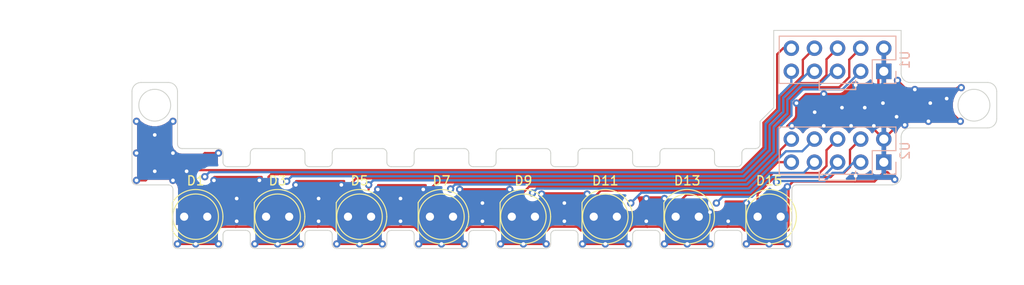
<source format=kicad_pcb>
(kicad_pcb (version 20171130) (host pcbnew "(5.1.6-0-10_14)")
  (layers (0 F.Cu signal) (31 B.Cu signal) (34 B.Paste user) (35 F.Paste user) (36 B.SilkS user) (37 F.SilkS user) (38 B.Mask user) (39 F.Mask user) (44 Edge.Cuts user))
  (net 0 "")
  (net 1 GND)
  (net 2 OUT1)
  (net 3 OUT3)
  (net 4 OUT5)
  (net 5 OUT7)
  (net 6 OUT9)
  (net 7 OUT11)
  (net 8 OUT13)
  (net 9 OUT15)
  (module Pin_Headers:Pin_Header_Straight_2x05_Pitch2.54mm (layer B.Cu) (at 193.095 102 90)
    (fp_text reference U2 (at 1.27 2.33 90) (layer B.SilkS) (effects (justify mirror)))
    (fp_text value Conn_02x05)
    (pad 1 thru_hole rect (at 0 0 90) (size 1.7 1.7) (drill 1) (layers *.Cu *.Mask) (net 1 GND))
    (pad 2 thru_hole oval (at 2.54 0 90) (size 1.7 1.7) (drill 1) (layers *.Cu *.Mask) (net 1 GND))
    (pad 3 thru_hole oval (at 0 -2.54 90) (size 1.7 1.7) (drill 1) (layers *.Cu *.Mask))
    (pad 4 thru_hole oval (at 2.54 -2.54 90) (size 1.7 1.7) (drill 1) (layers *.Cu *.Mask) (net 9 OUT15))
    (pad 5 thru_hole oval (at 0 -5.08 90) (size 1.7 1.7) (drill 1) (layers *.Cu *.Mask))
    (pad 6 thru_hole oval (at 2.54 -5.08 90) (size 1.7 1.7) (drill 1) (layers *.Cu *.Mask) (net 8 OUT13))
    (pad 7 thru_hole oval (at 0 -7.62 90) (size 1.7 1.7) (drill 1) (layers *.Cu *.Mask))
    (pad 8 thru_hole oval (at 2.54 -7.62 90) (size 1.7 1.7) (drill 1) (layers *.Cu *.Mask))
    (pad 9 thru_hole oval (at 0 -10.16 90) (size 1.7 1.7) (drill 1) (layers *.Cu *.Mask) (net 7 OUT11))
    (pad 10 thru_hole oval (at 2.54 -10.16 90) (size 1.7 1.7) (drill 1) (layers *.Cu *.Mask) (net 6 OUT9))
  )
  (module Pin_Headers:Pin_Header_Straight_2x05_Pitch2.54mm (layer B.Cu) (at 193.095 92 90)
    (fp_text reference U1 (at 1.27 2.33 90) (layer B.SilkS) (effects (justify mirror)))
    (fp_text value Conn_02x05)
    (pad 10 thru_hole oval (at 2.54 -10.16 90) (size 1.7 1.7) (drill 1) (layers *.Cu *.Mask) (net 2 OUT1))
    (pad 9 thru_hole oval (at 0 -10.16 90) (size 1.7 1.7) (drill 1) (layers *.Cu *.Mask))
    (pad 8 thru_hole oval (at 2.54 -7.62 90) (size 1.7 1.7) (drill 1) (layers *.Cu *.Mask) (net 3 OUT3))
    (pad 7 thru_hole oval (at 0 -7.62 90) (size 1.7 1.7) (drill 1) (layers *.Cu *.Mask))
    (pad 6 thru_hole oval (at 2.54 -5.08 90) (size 1.7 1.7) (drill 1) (layers *.Cu *.Mask) (net 4 OUT5))
    (pad 5 thru_hole oval (at 0 -5.08 90) (size 1.7 1.7) (drill 1) (layers *.Cu *.Mask))
    (pad 4 thru_hole oval (at 2.54 -2.54 90) (size 1.7 1.7) (drill 1) (layers *.Cu *.Mask) (net 5 OUT7))
    (pad 3 thru_hole oval (at 0 -2.54 90) (size 1.7 1.7) (drill 1) (layers *.Cu *.Mask))
    (pad 2 thru_hole oval (at 2.54 0 90) (size 1.7 1.7) (drill 1) (layers *.Cu *.Mask) (net 1 GND))
    (pad 1 thru_hole rect (at 0 0 90) (size 1.7 1.7) (drill 1) (layers *.Cu *.Mask) (net 1 GND))
  )
  (module LEDs:LED_D5.0mm (layer F.Cu) (at 116.23 108)
    (fp_text reference D1 (at 1.27 -3.96) (layer F.SilkS))
    (fp_text value D_Photo)
    (pad 2 thru_hole circle (at 2.54 0) (size 1.8 1.8) (drill 0.9) (layers *.Cu *.Mask) (net 1 GND))
    (pad 1 thru_hole rect (at 0 0) (size 1.8 1.8) (drill 0.9) (layers *.Cu *.Mask) (net 2 OUT1))
  )
  (module LEDs:LED_D5.0mm (layer F.Cu) (at 125.23 108)
    (fp_text reference D3 (at 1.27 -3.96) (layer F.SilkS))
    (fp_text value D_Photo)
    (pad 2 thru_hole circle (at 2.54 0) (size 1.8 1.8) (drill 0.9) (layers *.Cu *.Mask) (net 1 GND))
    (pad 1 thru_hole rect (at 0 0) (size 1.8 1.8) (drill 0.9) (layers *.Cu *.Mask) (net 3 OUT3))
  )
  (module LEDs:LED_D5.0mm (layer F.Cu) (at 134.23 108)
    (fp_text reference D5 (at 1.27 -3.96) (layer F.SilkS))
    (fp_text value D_Photo)
    (pad 2 thru_hole circle (at 2.54 0) (size 1.8 1.8) (drill 0.9) (layers *.Cu *.Mask) (net 1 GND))
    (pad 1 thru_hole rect (at 0 0) (size 1.8 1.8) (drill 0.9) (layers *.Cu *.Mask) (net 4 OUT5))
  )
  (module LEDs:LED_D5.0mm (layer F.Cu) (at 143.23 108)
    (fp_text reference D7 (at 1.27 -3.96) (layer F.SilkS))
    (fp_text value D_Photo)
    (pad 2 thru_hole circle (at 2.54 0) (size 1.8 1.8) (drill 0.9) (layers *.Cu *.Mask) (net 1 GND))
    (pad 1 thru_hole rect (at 0 0) (size 1.8 1.8) (drill 0.9) (layers *.Cu *.Mask) (net 5 OUT7))
  )
  (module LEDs:LED_D5.0mm (layer F.Cu) (at 152.23 108)
    (fp_text reference D9 (at 1.27 -3.96) (layer F.SilkS))
    (fp_text value D_Photo)
    (pad 1 thru_hole rect (at 0 0) (size 1.8 1.8) (drill 0.9) (layers *.Cu *.Mask) (net 6 OUT9))
    (pad 2 thru_hole circle (at 2.54 0) (size 1.8 1.8) (drill 0.9) (layers *.Cu *.Mask) (net 1 GND))
  )
  (module LEDs:LED_D5.0mm (layer F.Cu) (at 161.23 108)
    (fp_text reference D11 (at 1.27 -3.96) (layer F.SilkS))
    (fp_text value D_Photo)
    (pad 2 thru_hole circle (at 2.54 0) (size 1.8 1.8) (drill 0.9) (layers *.Cu *.Mask) (net 1 GND))
    (pad 1 thru_hole rect (at 0 0) (size 1.8 1.8) (drill 0.9) (layers *.Cu *.Mask) (net 7 OUT11))
  )
  (module LEDs:LED_D5.0mm (layer F.Cu) (at 170.23 108)
    (fp_text reference D13 (at 1.27 -3.96) (layer F.SilkS))
    (fp_text value D_Photo)
    (pad 1 thru_hole rect (at 0 0) (size 1.8 1.8) (drill 0.9) (layers *.Cu *.Mask) (net 8 OUT13))
    (pad 2 thru_hole circle (at 2.54 0) (size 1.8 1.8) (drill 0.9) (layers *.Cu *.Mask) (net 1 GND))
  )
  (module LEDs:LED_D5.0mm (layer F.Cu) (at 179.23 108)
    (fp_text reference D15 (at 1.27 -3.96) (layer F.SilkS))
    (fp_text value D_Photo)
    (pad 2 thru_hole circle (at 2.54 0) (size 1.8 1.8) (drill 0.9) (layers *.Cu *.Mask) (net 1 GND))
    (pad 1 thru_hole rect (at 0 0) (size 1.8 1.8) (drill 0.9) (layers *.Cu *.Mask) (net 9 OUT15))
  )
  (gr_line (start 190 104) (end 190 103) (layer B.SilkS) (width 0.15))
  (gr_line (start 186 104) (end 190 104) (layer B.SilkS) (width 0.15))
  (gr_line (start 186 103) (end 186 104) (layer B.SilkS) (width 0.15))
  (gr_line (start 190 94) (end 190 93) (layer B.SilkS) (width 0.15))
  (gr_line (start 186 94) (end 190 94) (layer B.SilkS) (width 0.15))
  (gr_line (start 186 93) (end 186 94) (layer B.SilkS) (width 0.15))
  (gr_arc (start 179 100) (end 179 100.5) (angle -90) (layer Edge.Cuts) (width 0.1))
  (gr_line (start 178 100.5) (end 179 100.5) (layer Edge.Cuts) (width 0.1))
  (gr_line (start 115 105) (end 115 111) (layer Edge.Cuts) (width 0.1))
  (gr_arc (start 111 104) (end 110.5 104) (angle -90) (layer Edge.Cuts) (width 0.1))
  (gr_arc (start 194 103.5) (end 194 104.5) (angle -90) (layer Edge.Cuts) (width 0.1))
  (gr_line (start 183.5 104.5) (end 194 104.5) (layer Edge.Cuts) (width 0.1))
  (gr_line (start 175 109.5) (end 177 109.5) (layer Edge.Cuts) (width 0.1))
  (gr_line (start 166 109.5) (end 168 109.5) (layer Edge.Cuts) (width 0.1))
  (gr_line (start 157 109.5) (end 159 109.5) (layer Edge.Cuts) (width 0.1))
  (gr_line (start 148 109.5) (end 150 109.5) (layer Edge.Cuts) (width 0.1))
  (gr_line (start 139 109.5) (end 141 109.5) (layer Edge.Cuts) (width 0.1))
  (gr_line (start 130 109.5) (end 132 109.5) (layer Edge.Cuts) (width 0.1))
  (gr_line (start 121 109.5) (end 123 109.5) (layer Edge.Cuts) (width 0.1))
  (gr_line (start 111 104.5) (end 114.5 104.5) (layer Edge.Cuts) (width 0.1))
  (gr_line (start 121 102.5) (end 123 102.5) (layer Edge.Cuts) (width 0.1))
  (gr_line (start 130 102.5) (end 132 102.5) (layer Edge.Cuts) (width 0.1))
  (gr_line (start 139 102.5) (end 141 102.5) (layer Edge.Cuts) (width 0.1))
  (gr_line (start 150 102.5) (end 148 102.5) (layer Edge.Cuts) (width 0.1))
  (gr_line (start 159 102.5) (end 157 102.5) (layer Edge.Cuts) (width 0.1))
  (gr_line (start 168 102.5) (end 166 102.5) (layer Edge.Cuts) (width 0.1))
  (gr_line (start 177 102.5) (end 175 102.5) (layer Edge.Cuts) (width 0.1))
  (gr_line (start 116 100.5) (end 120 100.5) (layer Edge.Cuts) (width 0.1))
  (gr_arc (start 177 102) (end 177 102.5) (angle -90) (layer Edge.Cuts) (width 0.1))
  (gr_arc (start 178 101) (end 178 100.5) (angle -90) (layer Edge.Cuts) (width 0.1))
  (gr_line (start 177.5 101) (end 177.5 102) (layer Edge.Cuts) (width 0.1))
  (gr_arc (start 121 102) (end 120.5 102) (angle -90) (layer Edge.Cuts) (width 0.1))
  (gr_arc (start 120 101) (end 120.5 101) (angle -90) (layer Edge.Cuts) (width 0.1))
  (gr_arc (start 116 100) (end 115.5 100) (angle -90) (layer Edge.Cuts) (width 0.1))
  (gr_line (start 120.5 101) (end 120.5 102) (layer Edge.Cuts) (width 0.1))
  (gr_line (start 123.5 101) (end 123.5 102) (layer Edge.Cuts) (width 0.1))
  (gr_line (start 124 100.5) (end 129 100.5) (layer Edge.Cuts) (width 0.1))
  (gr_arc (start 124 101) (end 124 100.5) (angle -90) (layer Edge.Cuts) (width 0.1))
  (gr_arc (start 130 102) (end 129.5 102) (angle -90) (layer Edge.Cuts) (width 0.1))
  (gr_arc (start 129 101) (end 129.5 101) (angle -90) (layer Edge.Cuts) (width 0.1))
  (gr_line (start 129.5 101) (end 129.5 102) (layer Edge.Cuts) (width 0.1))
  (gr_arc (start 123 102) (end 123 102.5) (angle -90) (layer Edge.Cuts) (width 0.1))
  (gr_arc (start 132 102) (end 132 102.5) (angle -90) (layer Edge.Cuts) (width 0.1))
  (gr_arc (start 133 101) (end 133 100.5) (angle -90) (layer Edge.Cuts) (width 0.1))
  (gr_line (start 133 100.5) (end 138 100.5) (layer Edge.Cuts) (width 0.1))
  (gr_line (start 138.5 101) (end 138.5 102) (layer Edge.Cuts) (width 0.1))
  (gr_arc (start 139 102) (end 138.5 102) (angle -90) (layer Edge.Cuts) (width 0.1))
  (gr_arc (start 138 101) (end 138.5 101) (angle -90) (layer Edge.Cuts) (width 0.1))
  (gr_line (start 132.5 101) (end 132.5 102) (layer Edge.Cuts) (width 0.1))
  (gr_arc (start 148 102) (end 147.5 102) (angle -90) (layer Edge.Cuts) (width 0.1))
  (gr_line (start 141.5 101) (end 141.5 102) (layer Edge.Cuts) (width 0.1))
  (gr_arc (start 147 101) (end 147.5 101) (angle -90) (layer Edge.Cuts) (width 0.1))
  (gr_arc (start 141 102) (end 141 102.5) (angle -90) (layer Edge.Cuts) (width 0.1))
  (gr_line (start 147.5 101) (end 147.5 102) (layer Edge.Cuts) (width 0.1))
  (gr_line (start 142 100.5) (end 147 100.5) (layer Edge.Cuts) (width 0.1))
  (gr_arc (start 142 101) (end 142 100.5) (angle -90) (layer Edge.Cuts) (width 0.1))
  (gr_arc (start 150 102) (end 150 102.5) (angle -90) (layer Edge.Cuts) (width 0.1))
  (gr_arc (start 151 101) (end 151 100.5) (angle -90) (layer Edge.Cuts) (width 0.1))
  (gr_line (start 151 100.5) (end 156 100.5) (layer Edge.Cuts) (width 0.1))
  (gr_arc (start 156 101) (end 156.5 101) (angle -90) (layer Edge.Cuts) (width 0.1))
  (gr_arc (start 157 102) (end 156.5 102) (angle -90) (layer Edge.Cuts) (width 0.1))
  (gr_line (start 150.5 101) (end 150.5 102) (layer Edge.Cuts) (width 0.1))
  (gr_line (start 156.5 101) (end 156.5 102) (layer Edge.Cuts) (width 0.1))
  (gr_arc (start 159 102) (end 159 102.5) (angle -90) (layer Edge.Cuts) (width 0.1))
  (gr_arc (start 160 101) (end 160 100.5) (angle -90) (layer Edge.Cuts) (width 0.1))
  (gr_line (start 165.5 101) (end 165.5 102) (layer Edge.Cuts) (width 0.1))
  (gr_arc (start 165 101) (end 165.5 101) (angle -90) (layer Edge.Cuts) (width 0.1))
  (gr_line (start 160 100.5) (end 165 100.5) (layer Edge.Cuts) (width 0.1))
  (gr_arc (start 166 102) (end 165.5 102) (angle -90) (layer Edge.Cuts) (width 0.1))
  (gr_line (start 159.5 101) (end 159.5 102) (layer Edge.Cuts) (width 0.1))
  (gr_arc (start 169 101) (end 169 100.5) (angle -90) (layer Edge.Cuts) (width 0.1))
  (gr_arc (start 168 102) (end 168 102.5) (angle -90) (layer Edge.Cuts) (width 0.1))
  (gr_arc (start 175 102) (end 174.5 102) (angle -90) (layer Edge.Cuts) (width 0.1))
  (gr_line (start 168.5 101) (end 168.5 102) (layer Edge.Cuts) (width 0.1))
  (gr_line (start 174.5 101) (end 174.5 102) (layer Edge.Cuts) (width 0.1))
  (gr_arc (start 174 101) (end 174.5 101) (angle -90) (layer Edge.Cuts) (width 0.1))
  (gr_line (start 169 100.5) (end 174 100.5) (layer Edge.Cuts) (width 0.1))
  (gr_arc (start 177 110) (end 177.5 110) (angle -90) (layer Edge.Cuts) (width 0.1))
  (gr_line (start 177.5 111) (end 177.5 110) (layer Edge.Cuts) (width 0.1))
  (gr_arc (start 178 111) (end 177.5 111) (angle -90) (layer Edge.Cuts) (width 0.1))
  (gr_arc (start 183.5 105) (end 183.5 104.5) (angle -90) (layer Edge.Cuts) (width 0.1))
  (gr_line (start 182.5 111.5) (end 178 111.5) (layer Edge.Cuts) (width 0.1))
  (gr_line (start 183 111) (end 183 105) (layer Edge.Cuts) (width 0.1))
  (gr_arc (start 182.5 111) (end 182.5 111.5) (angle -90) (layer Edge.Cuts) (width 0.1))
  (gr_line (start 174.5 111) (end 174.5 110) (layer Edge.Cuts) (width 0.1))
  (gr_arc (start 175 110) (end 175 109.5) (angle -90) (layer Edge.Cuts) (width 0.1))
  (gr_arc (start 168 110) (end 168.5 110) (angle -90) (layer Edge.Cuts) (width 0.1))
  (gr_line (start 168.5 111) (end 168.5 110) (layer Edge.Cuts) (width 0.1))
  (gr_arc (start 174 111) (end 174 111.5) (angle -90) (layer Edge.Cuts) (width 0.1))
  (gr_arc (start 169 111) (end 168.5 111) (angle -90) (layer Edge.Cuts) (width 0.1))
  (gr_line (start 174 111.5) (end 169 111.5) (layer Edge.Cuts) (width 0.1))
  (gr_arc (start 166 110) (end 166 109.5) (angle -90) (layer Edge.Cuts) (width 0.1))
  (gr_line (start 159.5 111) (end 159.5 110) (layer Edge.Cuts) (width 0.1))
  (gr_arc (start 165 111) (end 165 111.5) (angle -90) (layer Edge.Cuts) (width 0.1))
  (gr_line (start 165 111.5) (end 160 111.5) (layer Edge.Cuts) (width 0.1))
  (gr_arc (start 159 110) (end 159.5 110) (angle -90) (layer Edge.Cuts) (width 0.1))
  (gr_arc (start 160 111) (end 159.5 111) (angle -90) (layer Edge.Cuts) (width 0.1))
  (gr_line (start 165.5 111) (end 165.5 110) (layer Edge.Cuts) (width 0.1))
  (gr_arc (start 150 110) (end 150.5 110) (angle -90) (layer Edge.Cuts) (width 0.1))
  (gr_arc (start 151 111) (end 150.5 111) (angle -90) (layer Edge.Cuts) (width 0.1))
  (gr_line (start 156.5 111) (end 156.5 110) (layer Edge.Cuts) (width 0.1))
  (gr_arc (start 156 111) (end 156 111.5) (angle -90) (layer Edge.Cuts) (width 0.1))
  (gr_line (start 156 111.5) (end 151 111.5) (layer Edge.Cuts) (width 0.1))
  (gr_arc (start 157 110) (end 157 109.5) (angle -90) (layer Edge.Cuts) (width 0.1))
  (gr_line (start 150.5 111) (end 150.5 110) (layer Edge.Cuts) (width 0.1))
  (gr_line (start 147.5 111) (end 147.5 110) (layer Edge.Cuts) (width 0.1))
  (gr_arc (start 141 110) (end 141.5 110) (angle -90) (layer Edge.Cuts) (width 0.1))
  (gr_line (start 141.5 111) (end 141.5 110) (layer Edge.Cuts) (width 0.1))
  (gr_arc (start 148 110) (end 148 109.5) (angle -90) (layer Edge.Cuts) (width 0.1))
  (gr_arc (start 147 111) (end 147 111.5) (angle -90) (layer Edge.Cuts) (width 0.1))
  (gr_line (start 147 111.5) (end 142 111.5) (layer Edge.Cuts) (width 0.1))
  (gr_arc (start 142 111) (end 141.5 111) (angle -90) (layer Edge.Cuts) (width 0.1))
  (gr_line (start 138.5 111) (end 138.5 110) (layer Edge.Cuts) (width 0.1))
  (gr_arc (start 139 110) (end 139 109.5) (angle -90) (layer Edge.Cuts) (width 0.1))
  (gr_arc (start 138 111) (end 138 111.5) (angle -90) (layer Edge.Cuts) (width 0.1))
  (gr_line (start 138 111.5) (end 133 111.5) (layer Edge.Cuts) (width 0.1))
  (gr_arc (start 132 110) (end 132.5 110) (angle -90) (layer Edge.Cuts) (width 0.1))
  (gr_line (start 132.5 111) (end 132.5 110) (layer Edge.Cuts) (width 0.1))
  (gr_arc (start 133 111) (end 132.5 111) (angle -90) (layer Edge.Cuts) (width 0.1))
  (gr_line (start 129.5 111) (end 129.5 110) (layer Edge.Cuts) (width 0.1))
  (gr_arc (start 130 110) (end 130 109.5) (angle -90) (layer Edge.Cuts) (width 0.1))
  (gr_arc (start 129 111) (end 129 111.5) (angle -90) (layer Edge.Cuts) (width 0.1))
  (gr_line (start 123.5 111) (end 123.5 110) (layer Edge.Cuts) (width 0.1))
  (gr_arc (start 123 110) (end 123.5 110) (angle -90) (layer Edge.Cuts) (width 0.1))
  (gr_line (start 129 111.5) (end 124 111.5) (layer Edge.Cuts) (width 0.1))
  (gr_arc (start 124 111) (end 123.5 111) (angle -90) (layer Edge.Cuts) (width 0.1))
  (gr_arc (start 121 110) (end 121 109.5) (angle -90) (layer Edge.Cuts) (width 0.1))
  (gr_arc (start 114.5 105) (end 115 105) (angle -90) (layer Edge.Cuts) (width 0.1))
  (gr_line (start 120.5 111) (end 120.5 110) (layer Edge.Cuts) (width 0.1))
  (gr_arc (start 120 111) (end 120 111.5) (angle -90) (layer Edge.Cuts) (width 0.1))
  (gr_arc (start 115.5 111) (end 115 111) (angle -90) (layer Edge.Cuts) (width 0.1))
  (gr_line (start 120 111.5) (end 115.5 111.5) (layer Edge.Cuts) (width 0.1))
  (gr_arc (start 114.5 94.23) (end 115.5 94.23) (angle -90) (layer Edge.Cuts) (width 0.1))
  (gr_arc (start 111.5 94.23) (end 111.5 93.23) (angle -90) (layer Edge.Cuts) (width 0.1))
  (gr_line (start 111.5 93.23) (end 114.5 93.23) (layer Edge.Cuts) (width 0.1))
  (gr_line (start 110.5 104) (end 110.5 94.23) (layer Edge.Cuts) (width 0.1))
  (gr_line (start 115.5 100) (end 115.5 94.23) (layer Edge.Cuts) (width 0.1))
  (gr_circle (center 113 95.73) (end 114.75 95.73) (layer Edge.Cuts) (width 0.1))
  (gr_circle (center 203 95.73) (end 204.75 95.73) (layer Edge.Cuts) (width 0.1))
  (gr_arc (start 196 92.23) (end 195 92.23) (angle -90) (layer Edge.Cuts) (width 0.1))
  (gr_arc (start 196 99.23) (end 196 98.23) (angle -90) (layer Edge.Cuts) (width 0.1))
  (gr_line (start 195 92.23) (end 195 87.5) (layer Edge.Cuts) (width 0.1))
  (gr_arc (start 204.5 97.23) (end 204.5 98.23) (angle -90) (layer Edge.Cuts) (width 0.1))
  (gr_arc (start 204.5 94.23) (end 205.5 94.23) (angle -90) (layer Edge.Cuts) (width 0.1))
  (gr_line (start 196 98.23) (end 204.5 98.23) (layer Edge.Cuts) (width 0.1))
  (gr_line (start 205.5 94.23) (end 205.5 97.23) (layer Edge.Cuts) (width 0.1))
  (gr_line (start 196 93.23) (end 204.5 93.23) (layer Edge.Cuts) (width 0.1))
  (gr_line (start 181 96) (end 181 93) (layer Edge.Cuts) (width 0.1))
  (gr_line (start 179.5 97.5) (end 181 96) (layer Edge.Cuts) (width 0.1))
  (gr_line (start 179.5 100) (end 179.5 97.5) (layer Edge.Cuts) (width 0.1))
  (gr_line (start 181 87.5) (end 195 87.5) (layer Edge.Cuts) (width 0.1))
  (gr_line (start 181 93) (end 181 87.5) (layer Edge.Cuts) (width 0.1))
  (gr_line (start 195 103.5) (end 195 99.23) (layer Edge.Cuts) (width 0.1))
  (via (at 111 97.5) (size 0.8) (drill 0.4) (layers F.Cu B.Cu) (net 1))
  (segment (start 134.5 109.5) (end 136.5 109.5) (width 0.25) (layer F.Cu) (net 1))
  (segment (start 143.5 109.5) (end 145.5 109.5) (width 0.25) (layer F.Cu) (net 1))
  (segment (start 152.5 109.5) (end 154.5 109.5) (width 0.25) (layer F.Cu) (net 1))
  (segment (start 161.5 109.5) (end 163.5 109.5) (width 0.25) (layer F.Cu) (net 1))
  (segment (start 170.5 109.5) (end 172.5 109.5) (width 0.25) (layer F.Cu) (net 1))
  (segment (start 179.5 109.5) (end 181.5 109.5) (width 0.25) (layer F.Cu) (net 1))
  (segment (start 193.095 99.46) (end 193.095 102) (width 0.25) (layer F.Cu) (net 1))
  (via (at 194.5 97) (size 0.8) (drill 0.4) (layers F.Cu B.Cu) (net 1))
  (via (at 189.5 98) (size 0.8) (drill 0.4) (layers F.Cu B.Cu) (net 1))
  (segment (start 194.5 98.055) (end 194.5 97) (width 0.25) (layer F.Cu) (net 1))
  (segment (start 193.095 99.46) (end 194.5 98.055) (width 0.25) (layer F.Cu) (net 1))
  (segment (start 194.5 96) (end 192.5 94) (width 0.25) (layer F.Cu) (net 1))
  (segment (start 194.5 97) (end 194.5 96) (width 0.25) (layer F.Cu) (net 1))
  (segment (start 192.5 92.595) (end 193.095 92) (width 0.25) (layer F.Cu) (net 1))
  (segment (start 192.5 94) (end 192.5 92.595) (width 0.25) (layer F.Cu) (net 1))
  (segment (start 193.095 89.46) (end 193.095 92) (width 0.25) (layer F.Cu) (net 1))
  (via (at 195.4 97.9) (size 0.8) (drill 0.4) (layers F.Cu B.Cu) (net 1))
  (via (at 194.6 93) (size 0.8) (drill 0.4) (layers F.Cu B.Cu) (net 1))
  (via (at 201.6 93.8) (size 0.8) (drill 0.4) (layers F.Cu B.Cu) (net 1))
  (via (at 198.2 95.5) (size 0.8) (drill 0.4) (layers F.Cu B.Cu) (net 1))
  (via (at 196.5 94) (size 0.8) (drill 0.4) (layers F.Cu B.Cu) (net 1))
  (via (at 200 95) (size 0.8) (drill 0.4) (layers F.Cu B.Cu) (net 1))
  (segment (start 196.1 94.5) (end 196.5 94.5) (width 0.25) (layer F.Cu) (net 1))
  (segment (start 199.5 94.5) (end 200 95) (width 0.25) (layer F.Cu) (net 1))
  (segment (start 201.2 93.8) (end 200 95) (width 0.25) (layer F.Cu) (net 1))
  (segment (start 201.6 93.8) (end 201.2 93.8) (width 0.25) (layer F.Cu) (net 1))
  (segment (start 200 96) (end 200 95) (width 0.25) (layer F.Cu) (net 1))
  (segment (start 198.2 94.5) (end 199.5 94.5) (width 0.25) (layer F.Cu) (net 1))
  (segment (start 198.2 96.3) (end 198.2 94.5) (width 0.25) (layer F.Cu) (net 1))
  (segment (start 196.5 94.5) (end 198.2 94.5) (width 0.25) (layer F.Cu) (net 1))
  (segment (start 195.4 94.4) (end 195.7 94.1) (width 0.25) (layer F.Cu) (net 1))
  (segment (start 195.7 94.1) (end 196.1 94.5) (width 0.25) (layer F.Cu) (net 1))
  (segment (start 194.6 93) (end 195.7 94.1) (width 0.25) (layer F.Cu) (net 1))
  (segment (start 194.5 97) (end 195.4 97) (width 0.25) (layer F.Cu) (net 1))
  (segment (start 195.4 97) (end 195.4 94.4) (width 0.25) (layer F.Cu) (net 1))
  (segment (start 195.4 97.9) (end 195.4 97) (width 0.25) (layer F.Cu) (net 1))
  (segment (start 132.9 109.5) (end 134.5 109.5) (width 0.25) (layer F.Cu) (net 1))
  (segment (start 132.507856 109.107856) (end 132.9 109.5) (width 0.25) (layer F.Cu) (net 1))
  (segment (start 138.2 109.5) (end 138.575754 109.124246) (width 0.25) (layer F.Cu) (net 1))
  (segment (start 141.9 109.5) (end 143.5 109.5) (width 0.25) (layer F.Cu) (net 1))
  (segment (start 141.524246 109.124246) (end 141.9 109.5) (width 0.25) (layer F.Cu) (net 1))
  (segment (start 150.9 109.5) (end 152.5 109.5) (width 0.25) (layer F.Cu) (net 1))
  (segment (start 147.261496 109.5) (end 147.63725 109.124246) (width 0.25) (layer F.Cu) (net 1))
  (segment (start 150.524246 109.124246) (end 150.9 109.5) (width 0.25) (layer F.Cu) (net 1))
  (segment (start 156.492144 109.107856) (end 159.407856 109.107856) (width 0.25) (layer F.Cu) (net 1))
  (segment (start 156.1 109.5) (end 156.492144 109.107856) (width 0.25) (layer F.Cu) (net 1))
  (segment (start 159.8 109.5) (end 161.5 109.5) (width 0.25) (layer F.Cu) (net 1))
  (segment (start 159.407856 109.107856) (end 159.8 109.5) (width 0.25) (layer F.Cu) (net 1))
  (segment (start 163.5 109.5) (end 165.2 109.5) (width 0.25) (layer F.Cu) (net 1))
  (segment (start 165.2 109.5) (end 165.592144 109.107856) (width 0.25) (layer F.Cu) (net 1))
  (segment (start 168.9 109.5) (end 170.5 109.5) (width 0.25) (layer F.Cu) (net 1))
  (segment (start 168.507856 109.107856) (end 168.9 109.5) (width 0.25) (layer F.Cu) (net 1))
  (segment (start 174.1 109.5) (end 174.492144 109.107856) (width 0.25) (layer F.Cu) (net 1))
  (segment (start 177.8 109.5) (end 179.5 109.5) (width 0.25) (layer F.Cu) (net 1))
  (segment (start 177.407856 109.107856) (end 177.8 109.5) (width 0.25) (layer F.Cu) (net 1))
  (segment (start 182.55 109.5) (end 182.625001 109.424999) (width 0.25) (layer F.Cu) (net 1))
  (segment (start 182.625001 109.424999) (end 182.625001 105.474999) (width 0.25) (layer F.Cu) (net 1))
  (via (at 115 97.5) (size 0.8) (drill 0.4) (layers F.Cu B.Cu) (net 1))
  (via (at 111 101) (size 0.8) (drill 0.4) (layers F.Cu B.Cu) (net 1))
  (via (at 111 104) (size 0.8) (drill 0.4) (layers F.Cu B.Cu) (net 1))
  (via (at 120 101) (size 0.8) (drill 0.4) (layers F.Cu B.Cu) (net 1))
  (via (at 115 101) (size 0.8) (drill 0.4) (layers F.Cu B.Cu) (net 1))
  (via (at 115 104) (size 0.8) (drill 0.4) (layers F.Cu B.Cu) (net 1))
  (via (at 119.5 104) (size 0.8) (drill 0.4) (layers F.Cu B.Cu) (net 1))
  (via (at 124.5 104) (size 0.8) (drill 0.4) (layers F.Cu B.Cu) (net 1))
  (via (at 122 108.5) (size 0.8) (drill 0.4) (layers F.Cu B.Cu) (net 1))
  (via (at 117.5 111) (size 0.8) (drill 0.4) (layers F.Cu B.Cu) (net 1))
  (via (at 126.5 111) (size 0.8) (drill 0.4) (layers F.Cu B.Cu) (net 1))
  (via (at 135.5 111) (size 0.8) (drill 0.4) (layers F.Cu B.Cu) (net 1))
  (via (at 144.5 111) (size 0.8) (drill 0.4) (layers F.Cu B.Cu) (net 1))
  (via (at 153.5 111) (size 0.8) (drill 0.4) (layers F.Cu B.Cu) (net 1))
  (via (at 162.5 111) (size 0.8) (drill 0.4) (layers F.Cu B.Cu) (net 1))
  (via (at 171.5 111) (size 0.8) (drill 0.4) (layers F.Cu B.Cu) (net 1))
  (via (at 180.5 111) (size 0.8) (drill 0.4) (layers F.Cu B.Cu) (net 1))
  (via (at 182.5 111) (size 0.8) (drill 0.4) (layers F.Cu B.Cu) (net 1))
  (via (at 178 111) (size 0.8) (drill 0.4) (layers F.Cu B.Cu) (net 1))
  (via (at 174 111) (size 0.8) (drill 0.4) (layers F.Cu B.Cu) (net 1))
  (via (at 169 111) (size 0.8) (drill 0.4) (layers F.Cu B.Cu) (net 1))
  (via (at 165 111) (size 0.8) (drill 0.4) (layers F.Cu B.Cu) (net 1))
  (via (at 160 111) (size 0.8) (drill 0.4) (layers F.Cu B.Cu) (net 1))
  (via (at 156 111) (size 0.8) (drill 0.4) (layers F.Cu B.Cu) (net 1))
  (via (at 151 111) (size 0.8) (drill 0.4) (layers F.Cu B.Cu) (net 1))
  (via (at 147 111) (size 0.8) (drill 0.4) (layers F.Cu B.Cu) (net 1))
  (via (at 142 111) (size 0.8) (drill 0.4) (layers F.Cu B.Cu) (net 1))
  (via (at 138 111) (size 0.8) (drill 0.4) (layers F.Cu B.Cu) (net 1))
  (via (at 133 111) (size 0.8) (drill 0.4) (layers F.Cu B.Cu) (net 1))
  (via (at 129 111) (size 0.8) (drill 0.4) (layers F.Cu B.Cu) (net 1))
  (via (at 124 111) (size 0.8) (drill 0.4) (layers F.Cu B.Cu) (net 1))
  (via (at 120 111) (size 0.8) (drill 0.4) (layers F.Cu B.Cu) (net 1))
  (via (at 115.5 111) (size 0.8) (drill 0.4) (layers F.Cu B.Cu) (net 1))
  (via (at 122 106) (size 0.8) (drill 0.4) (layers F.Cu B.Cu) (net 1))
  (via (at 131 106) (size 0.8) (drill 0.4) (layers F.Cu B.Cu) (net 1))
  (via (at 131 108.5) (size 0.8) (drill 0.4) (layers F.Cu B.Cu) (net 1))
  (via (at 128.5 104.5) (size 0.8) (drill 0.4) (layers F.Cu B.Cu) (net 1))
  (via (at 133.5 104.5) (size 0.8) (drill 0.4) (layers F.Cu B.Cu) (net 1))
  (via (at 140 108.5) (size 0.8) (drill 0.4) (layers F.Cu B.Cu) (net 1))
  (via (at 140 106) (size 0.8) (drill 0.4) (layers F.Cu B.Cu) (net 1))
  (via (at 142.5 105) (size 0.8) (drill 0.4) (layers F.Cu B.Cu) (net 1))
  (via (at 137.5 105) (size 0.8) (drill 0.4) (layers F.Cu B.Cu) (net 1))
  (via (at 149 108.5) (size 0.8) (drill 0.4) (layers F.Cu B.Cu) (net 1))
  (via (at 149 106.5) (size 0.8) (drill 0.4) (layers F.Cu B.Cu) (net 1))
  (via (at 146.5 105) (size 0.8) (drill 0.4) (layers F.Cu B.Cu) (net 1))
  (via (at 152 105) (size 0.8) (drill 0.4) (layers F.Cu B.Cu) (net 1))
  (via (at 158 108.5) (size 0.8) (drill 0.4) (layers F.Cu B.Cu) (net 1))
  (via (at 158 106.5) (size 0.8) (drill 0.4) (layers F.Cu B.Cu) (net 1))
  (via (at 155.5 105.5) (size 0.8) (drill 0.4) (layers F.Cu B.Cu) (net 1))
  (via (at 160.5 105.5) (size 0.8) (drill 0.4) (layers F.Cu B.Cu) (net 1))
  (via (at 176 108.5) (size 0.8) (drill 0.4) (layers F.Cu B.Cu) (net 1))
  (via (at 174 107.5) (size 0.8) (drill 0.4) (layers F.Cu B.Cu) (net 1))
  (via (at 178 106.5) (size 0.8) (drill 0.4) (layers F.Cu B.Cu) (net 1))
  (via (at 190 103.5) (size 0.8) (drill 0.4) (layers F.Cu B.Cu) (net 1))
  (via (at 183.5 95.5) (size 0.8) (drill 0.4) (layers F.Cu B.Cu) (net 1))
  (via (at 183 98) (size 0.8) (drill 0.4) (layers F.Cu B.Cu) (net 1))
  (via (at 186.5 98) (size 0.8) (drill 0.4) (layers F.Cu B.Cu) (net 1))
  (via (at 192 98) (size 0.8) (drill 0.4) (layers F.Cu B.Cu) (net 1))
  (via (at 186.5 94.5) (size 0.8) (drill 0.4) (layers F.Cu B.Cu) (net 1))
  (via (at 190 93.5) (size 0.8) (drill 0.4) (layers F.Cu B.Cu) (net 1))
  (via (at 185.5 96.5) (size 0.8) (drill 0.4) (layers F.Cu B.Cu) (net 1))
  (via (at 188.5 96) (size 0.8) (drill 0.4) (layers F.Cu B.Cu) (net 1))
  (via (at 191 96) (size 0.8) (drill 0.4) (layers F.Cu B.Cu) (net 1))
  (via (at 193 95.5) (size 0.8) (drill 0.4) (layers F.Cu B.Cu) (net 1))
  (via (at 201.5 97.5) (size 0.8) (drill 0.4) (layers F.Cu B.Cu) (net 1))
  (via (at 198 97.5) (size 0.8) (drill 0.4) (layers F.Cu B.Cu) (net 1))
  (via (at 113 103) (size 0.8) (drill 0.4) (layers F.Cu B.Cu) (net 1))
  (via (at 113 99) (size 0.8) (drill 0.4) (layers F.Cu B.Cu) (net 1))
  (via (at 116.5 103) (size 0.8) (drill 0.4) (layers F.Cu B.Cu) (net 1))
  (segment (start 112.5 99) (end 113 99) (width 0.25) (layer F.Cu) (net 1))
  (segment (start 111 97.5) (end 112.5 99) (width 0.25) (layer F.Cu) (net 1))
  (segment (start 113.5 99) (end 113 99) (width 0.25) (layer F.Cu) (net 1))
  (segment (start 115 97.5) (end 113.5 99) (width 0.25) (layer F.Cu) (net 1))
  (segment (start 111 101) (end 113 99) (width 0.25) (layer F.Cu) (net 1))
  (segment (start 115 101) (end 113 99) (width 0.25) (layer F.Cu) (net 1))
  (segment (start 113 103) (end 115 101) (width 0.25) (layer F.Cu) (net 1))
  (segment (start 115 101.5) (end 115 101) (width 0.25) (layer F.Cu) (net 1))
  (segment (start 116.5 103) (end 115 101.5) (width 0.25) (layer F.Cu) (net 1))
  (segment (start 118.5 101) (end 116.5 103) (width 0.25) (layer F.Cu) (net 1))
  (segment (start 120 101) (end 118.5 101) (width 0.25) (layer F.Cu) (net 1))
  (segment (start 115.5 111) (end 117.5 111) (width 0.25) (layer F.Cu) (net 1))
  (segment (start 118.5 111) (end 120 111) (width 0.25) (layer F.Cu) (net 1))
  (segment (start 117.5 111) (end 118.5 111) (width 0.25) (layer F.Cu) (net 1))
  (segment (start 122 106) (end 122 108.5) (width 0.25) (layer F.Cu) (net 1))
  (segment (start 121.5 106) (end 122 106) (width 0.25) (layer F.Cu) (net 1))
  (segment (start 119.5 104) (end 121.5 106) (width 0.25) (layer F.Cu) (net 1))
  (segment (start 122.5 106) (end 122 106) (width 0.25) (layer F.Cu) (net 1))
  (segment (start 124.5 104) (end 122.5 106) (width 0.25) (layer F.Cu) (net 1))
  (segment (start 131 109) (end 130.892144 109.107856) (width 0.25) (layer F.Cu) (net 1))
  (segment (start 130.892144 109.107856) (end 132.507856 109.107856) (width 0.25) (layer F.Cu) (net 1))
  (segment (start 131 108.5) (end 131 109) (width 0.25) (layer F.Cu) (net 1))
  (segment (start 129.492144 109.107856) (end 130.892144 109.107856) (width 0.25) (layer F.Cu) (net 1))
  (segment (start 124 111) (end 126.5 111) (width 0.25) (layer F.Cu) (net 1))
  (segment (start 127.5 111) (end 129 111) (width 0.25) (layer F.Cu) (net 1))
  (segment (start 126.5 111) (end 127.5 111) (width 0.25) (layer F.Cu) (net 1))
  (segment (start 131 106) (end 131 108.5) (width 0.25) (layer F.Cu) (net 1))
  (segment (start 129.5 104.5) (end 131 106) (width 0.25) (layer F.Cu) (net 1))
  (segment (start 128.5 104.5) (end 129.5 104.5) (width 0.25) (layer F.Cu) (net 1))
  (segment (start 132.5 104.5) (end 131 106) (width 0.25) (layer F.Cu) (net 1))
  (segment (start 133.5 104.5) (end 132.5 104.5) (width 0.25) (layer F.Cu) (net 1))
  (segment (start 133 111) (end 135.5 111) (width 0.25) (layer F.Cu) (net 1))
  (segment (start 136.5 109.5) (end 136.5 111) (width 0.25) (layer F.Cu) (net 1))
  (segment (start 136.5 111) (end 138 111) (width 0.25) (layer F.Cu) (net 1))
  (segment (start 135.5 111) (end 136.5 111) (width 0.25) (layer F.Cu) (net 1))
  (segment (start 139 105) (end 140 106) (width 0.25) (layer F.Cu) (net 1))
  (segment (start 137.5 105) (end 139 105) (width 0.25) (layer F.Cu) (net 1))
  (segment (start 141 105) (end 140 106) (width 0.25) (layer F.Cu) (net 1))
  (segment (start 142.5 105) (end 141 105) (width 0.25) (layer F.Cu) (net 1))
  (segment (start 140 106) (end 140 108.5) (width 0.25) (layer F.Cu) (net 1))
  (segment (start 140 109) (end 140.124246 109.124246) (width 0.25) (layer F.Cu) (net 1))
  (segment (start 140 108.5) (end 140 109) (width 0.25) (layer F.Cu) (net 1))
  (segment (start 140.124246 109.124246) (end 141.524246 109.124246) (width 0.25) (layer F.Cu) (net 1))
  (segment (start 138.575754 109.124246) (end 140.124246 109.124246) (width 0.25) (layer F.Cu) (net 1))
  (segment (start 142 111) (end 144.5 111) (width 0.25) (layer F.Cu) (net 1))
  (segment (start 145.5 109.5) (end 145.5 111) (width 0.25) (layer F.Cu) (net 1))
  (segment (start 145.5 111) (end 147 111) (width 0.25) (layer F.Cu) (net 1))
  (segment (start 144.5 111) (end 145.5 111) (width 0.25) (layer F.Cu) (net 1))
  (segment (start 147.5 105) (end 149 106.5) (width 0.25) (layer F.Cu) (net 1))
  (segment (start 146.5 105) (end 147.5 105) (width 0.25) (layer F.Cu) (net 1))
  (segment (start 150.5 105) (end 149 106.5) (width 0.25) (layer F.Cu) (net 1))
  (segment (start 152 105) (end 150.5 105) (width 0.25) (layer F.Cu) (net 1))
  (segment (start 149 106.5) (end 149 108.5) (width 0.25) (layer F.Cu) (net 1))
  (segment (start 149 109) (end 149.124246 109.124246) (width 0.25) (layer F.Cu) (net 1))
  (segment (start 149 108.5) (end 149 109) (width 0.25) (layer F.Cu) (net 1))
  (segment (start 149.124246 109.124246) (end 150.524246 109.124246) (width 0.25) (layer F.Cu) (net 1))
  (segment (start 147.63725 109.124246) (end 149.124246 109.124246) (width 0.25) (layer F.Cu) (net 1))
  (segment (start 151 111) (end 153.5 111) (width 0.25) (layer F.Cu) (net 1))
  (segment (start 154.5 109.5) (end 154.5 111) (width 0.25) (layer F.Cu) (net 1))
  (segment (start 154.5 111) (end 156 111) (width 0.25) (layer F.Cu) (net 1))
  (segment (start 153.5 111) (end 154.5 111) (width 0.25) (layer F.Cu) (net 1))
  (segment (start 157 105.5) (end 158 106.5) (width 0.25) (layer F.Cu) (net 1))
  (segment (start 155.5 105.5) (end 157 105.5) (width 0.25) (layer F.Cu) (net 1))
  (segment (start 159 105.5) (end 158 106.5) (width 0.25) (layer F.Cu) (net 1))
  (segment (start 160.5 105.5) (end 159 105.5) (width 0.25) (layer F.Cu) (net 1))
  (segment (start 158 106.5) (end 158 108.5) (width 0.25) (layer F.Cu) (net 1))
  (segment (start 158 108.5) (end 158 109) (width 0.25) (layer F.Cu) (net 1))
  (segment (start 160 111) (end 162.5 111) (width 0.25) (layer F.Cu) (net 1))
  (segment (start 163.5 109.5) (end 163.5 111) (width 0.25) (layer F.Cu) (net 1))
  (segment (start 163.5 111) (end 165 111) (width 0.25) (layer F.Cu) (net 1))
  (segment (start 162.5 111) (end 163.5 111) (width 0.25) (layer F.Cu) (net 1))
  (via (at 167 108.5) (size 0.8) (drill 0.4) (layers F.Cu B.Cu) (net 1))
  (via (at 169 106) (size 0.8) (drill 0.4) (layers F.Cu B.Cu) (net 1))
  (via (at 167 106) (size 0.8) (drill 0.4) (layers F.Cu B.Cu) (net 1))
  (segment (start 169 106) (end 167 106) (width 0.25) (layer F.Cu) (net 1))
  (segment (start 167 106) (end 167 108.5) (width 0.25) (layer F.Cu) (net 1))
  (segment (start 167 109) (end 167.107856 109.107856) (width 0.25) (layer F.Cu) (net 1))
  (segment (start 167 108.5) (end 167 109) (width 0.25) (layer F.Cu) (net 1))
  (segment (start 167.107856 109.107856) (end 168.507856 109.107856) (width 0.25) (layer F.Cu) (net 1))
  (segment (start 165.592144 109.107856) (end 167.107856 109.107856) (width 0.25) (layer F.Cu) (net 1))
  (segment (start 169 111) (end 171.5 111) (width 0.25) (layer F.Cu) (net 1))
  (segment (start 172.5 109.5) (end 172.5 111) (width 0.25) (layer F.Cu) (net 1))
  (segment (start 172.5 111) (end 174 111) (width 0.25) (layer F.Cu) (net 1))
  (segment (start 171.5 111) (end 172.5 111) (width 0.25) (layer F.Cu) (net 1))
  (segment (start 175 107.5) (end 176 108.5) (width 0.25) (layer F.Cu) (net 1))
  (segment (start 174 107.5) (end 175 107.5) (width 0.25) (layer F.Cu) (net 1))
  (segment (start 178 106.5) (end 176 108.5) (width 0.25) (layer F.Cu) (net 1))
  (segment (start 176 108.5) (end 176 109) (width 0.25) (layer F.Cu) (net 1))
  (segment (start 176 109) (end 175.892144 109.107856) (width 0.25) (layer F.Cu) (net 1))
  (segment (start 175.892144 109.107856) (end 177.407856 109.107856) (width 0.25) (layer F.Cu) (net 1))
  (segment (start 174.492144 109.107856) (end 175.892144 109.107856) (width 0.25) (layer F.Cu) (net 1))
  (segment (start 178 111) (end 180.5 111) (width 0.25) (layer F.Cu) (net 1))
  (segment (start 181.5 109.5) (end 181.5 111) (width 0.25) (layer F.Cu) (net 1))
  (segment (start 181.5 111) (end 182.5 111) (width 0.25) (layer F.Cu) (net 1))
  (segment (start 180.5 111) (end 181.5 111) (width 0.25) (layer F.Cu) (net 1))
  (segment (start 183.5 97.5) (end 183.5 95.5) (width 0.25) (layer F.Cu) (net 1))
  (segment (start 183 98) (end 183.5 97.5) (width 0.25) (layer F.Cu) (net 1))
  (segment (start 192 98.365) (end 193.095 99.46) (width 0.25) (layer F.Cu) (net 1))
  (segment (start 192 98) (end 192 98.365) (width 0.25) (layer F.Cu) (net 1))
  (segment (start 192 98) (end 189.5 98) (width 0.25) (layer F.Cu) (net 1))
  (segment (start 189.5 98) (end 186.5 98) (width 0.25) (layer F.Cu) (net 1))
  (segment (start 186.5 98) (end 183 98) (width 0.25) (layer F.Cu) (net 1))
  (segment (start 185.5 95.5) (end 186.5 94.5) (width 0.25) (layer F.Cu) (net 1))
  (segment (start 183.5 95.5) (end 185.5 95.5) (width 0.25) (layer F.Cu) (net 1))
  (segment (start 185.5 96.5) (end 185.5 95.5) (width 0.25) (layer F.Cu) (net 1))
  (segment (start 186 96) (end 185.5 96.5) (width 0.25) (layer F.Cu) (net 1))
  (segment (start 188.5 96) (end 186 96) (width 0.25) (layer F.Cu) (net 1))
  (segment (start 188.5 96) (end 191 96) (width 0.25) (layer F.Cu) (net 1))
  (segment (start 190 95) (end 191 96) (width 0.25) (layer F.Cu) (net 1))
  (segment (start 190 93.5) (end 190 95) (width 0.25) (layer F.Cu) (net 1))
  (segment (start 191.5 95.5) (end 191 96) (width 0.25) (layer F.Cu) (net 1))
  (segment (start 193 95.5) (end 191.5 95.5) (width 0.25) (layer F.Cu) (net 1))
  (segment (start 198 96.5) (end 198.2 96.3) (width 0.25) (layer F.Cu) (net 1))
  (segment (start 198 97.5) (end 198 96.5) (width 0.25) (layer F.Cu) (net 1))
  (segment (start 201.5 97.5) (end 200 96) (width 0.25) (layer F.Cu) (net 1))
  (segment (start 118.5 105) (end 117.5 104) (width 0.25) (layer B.Cu) (net 1))
  (segment (start 116.5 103) (end 116.5 104) (width 0.25) (layer B.Cu) (net 1))
  (segment (start 116.5 104) (end 115 104) (width 0.25) (layer B.Cu) (net 1))
  (segment (start 117.5 104) (end 116.5 104) (width 0.25) (layer B.Cu) (net 1))
  (segment (start 183.136506 104.12499) (end 182.62499 104.636506) (width 0.25) (layer F.Cu) (net 1))
  (segment (start 193.095 103.1) (end 192.07001 104.12499) (width 0.25) (layer F.Cu) (net 1))
  (segment (start 193.095 102) (end 193.095 103.1) (width 0.25) (layer F.Cu) (net 1))
  (segment (start 190 104.04998) (end 189.92499 104.12499) (width 0.25) (layer F.Cu) (net 1))
  (segment (start 190 103.5) (end 190 104.04998) (width 0.25) (layer F.Cu) (net 1))
  (segment (start 189.92499 104.12499) (end 183.136506 104.12499) (width 0.25) (layer F.Cu) (net 1))
  (segment (start 192.07001 104.12499) (end 189.92499 104.12499) (width 0.25) (layer F.Cu) (net 1))
  (via (at 194.3 103.9) (size 0.8) (drill 0.4) (layers F.Cu B.Cu) (net 1))
  (via (at 182.5 104.7) (size 0.8) (drill 0.4) (layers F.Cu B.Cu) (net 1))
  (segment (start 182.5 104.85002) (end 182.62499 104.97501) (width 0.25) (layer F.Cu) (net 1))
  (segment (start 182.5 104.7) (end 182.5 104.85002) (width 0.25) (layer F.Cu) (net 1))
  (segment (start 182.62499 104.97501) (end 182.62499 105.474999) (width 0.25) (layer F.Cu) (net 1))
  (segment (start 182.62499 104.636506) (end 182.62499 104.97501) (width 0.25) (layer F.Cu) (net 1))
  (segment (start 193.5 103.1) (end 193.095 103.1) (width 0.25) (layer F.Cu) (net 1))
  (segment (start 194.3 103.9) (end 193.5 103.1) (width 0.25) (layer F.Cu) (net 1))
  (segment (start 112 104) (end 113 103) (width 0.25) (layer F.Cu) (net 1))
  (segment (start 111 104) (end 112 104) (width 0.25) (layer F.Cu) (net 1))
  (segment (start 182.04 89.46) (end 182.935 89.46) (width 0.25) (layer F.Cu) (net 2))
  (segment (start 181.37501 90.12499) (end 182.04 89.46) (width 0.25) (layer F.Cu) (net 2))
  (segment (start 117.52499 102.87501) (end 177.386674 102.87501) (width 0.25) (layer F.Cu) (net 2))
  (segment (start 116.5 103.9) (end 117.52499 102.87501) (width 0.25) (layer F.Cu) (net 2))
  (segment (start 177.386674 102.87501) (end 179.87501 100.386674) (width 0.25) (layer F.Cu) (net 2))
  (segment (start 181.37501 96.155334) (end 181.37501 94.52499) (width 0.25) (layer F.Cu) (net 2))
  (segment (start 179.87501 97.655334) (end 181.37501 96.155334) (width 0.25) (layer F.Cu) (net 2))
  (segment (start 179.87501 100.386674) (end 179.87501 97.655334) (width 0.25) (layer F.Cu) (net 2))
  (segment (start 181.37501 94.52499) (end 181.37501 90.12499) (width 0.25) (layer F.Cu) (net 2))
  (segment (start 181.37501 94.655334) (end 181.37501 94.52499) (width 0.25) (layer F.Cu) (net 2))
  (via (at 118.5 103.60001) (size 0.8) (drill 0.4) (layers F.Cu B.Cu) (net 0))
  (segment (start 119.00001 103.1) (end 118.5 103.60001) (width 0.25) (layer B.Cu) (net 0))
  (segment (start 177.5 103.1) (end 119.00001 103.1) (width 0.25) (layer B.Cu) (net 0))
  (segment (start 182.935 93.365) (end 182.935 92) (width 0.25) (layer B.Cu) (net 0))
  (segment (start 177.5 103.1) (end 180.1 100.5) (width 0.25) (layer B.Cu) (net 0))
  (segment (start 180.1 100.5) (end 180.1 97.8) (width 0.25) (layer B.Cu) (net 0))
  (segment (start 180.1 97.8) (end 181.6 96.3) (width 0.25) (layer B.Cu) (net 0))
  (segment (start 181.6 94.7) (end 182.935 93.365) (width 0.25) (layer B.Cu) (net 0))
  (segment (start 181.6 96.3) (end 181.6 94.7) (width 0.25) (layer B.Cu) (net 0))
  (segment (start 125.8 103.32502) (end 177.573075 103.325019) (width 0.25) (layer F.Cu) (net 3))
  (segment (start 125.5 103.62502) (end 125.8 103.32502) (width 0.25) (layer F.Cu) (net 3))
  (segment (start 184.2 90.735) (end 185.475 89.46) (width 0.25) (layer F.Cu) (net 3))
  (segment (start 184.2 92.466754) (end 184.2 90.735) (width 0.25) (layer F.Cu) (net 3))
  (segment (start 177.573075 103.325019) (end 180.32502 100.573074) (width 0.25) (layer F.Cu) (net 3))
  (segment (start 180.32502 100.573074) (end 180.32502 97.841734) (width 0.25) (layer F.Cu) (net 3))
  (segment (start 180.32502 97.841734) (end 181.82502 96.341734) (width 0.25) (layer F.Cu) (net 3))
  (segment (start 181.82502 94.841734) (end 181.82502 96.341734) (width 0.25) (layer F.Cu) (net 3))
  (segment (start 184.2 92.466754) (end 181.82502 94.841734) (width 0.25) (layer F.Cu) (net 3))
  (segment (start 185.475 92.635358) (end 185.475 92) (width 0.25) (layer B.Cu) (net 0))
  (via (at 127.5 104.1) (size 0.8) (drill 0.4) (layers F.Cu B.Cu) (net 0))
  (segment (start 128.04999 103.55001) (end 177.686401 103.550009) (width 0.25) (layer B.Cu) (net 0))
  (segment (start 127.5 104.1) (end 128.04999 103.55001) (width 0.25) (layer B.Cu) (net 0))
  (segment (start 177.686401 103.550009) (end 180.55001 100.6864) (width 0.25) (layer B.Cu) (net 0))
  (segment (start 180.55001 100.6864) (end 180.55001 97.9864) (width 0.25) (layer B.Cu) (net 0))
  (segment (start 180.55001 97.9864) (end 182.05001 96.4864) (width 0.25) (layer B.Cu) (net 0))
  (segment (start 182.05001 96.4864) (end 182.05001 94.8864) (width 0.25) (layer B.Cu) (net 0))
  (segment (start 184.93641 92) (end 185.475 92) (width 0.25) (layer B.Cu) (net 0))
  (segment (start 182.05001 94.8864) (end 184.93641 92) (width 0.25) (layer B.Cu) (net 0))
  (segment (start 186.8 90.675) (end 188.015 89.46) (width 0.25) (layer F.Cu) (net 4))
  (segment (start 186.8 92.414002) (end 186.8 90.675) (width 0.25) (layer F.Cu) (net 4))
  (segment (start 184.003164 93.3) (end 185.914002 93.3) (width 0.25) (layer F.Cu) (net 4))
  (segment (start 185.914002 93.3) (end 186.8 92.414002) (width 0.25) (layer F.Cu) (net 4))
  (segment (start 134.5 104.4) (end 135.124972 103.775028) (width 0.25) (layer F.Cu) (net 4))
  (segment (start 135.124972 103.775028) (end 177.759476 103.775028) (width 0.25) (layer F.Cu) (net 4))
  (segment (start 182.27503 95.028134) (end 184.003164 93.3) (width 0.25) (layer F.Cu) (net 4))
  (segment (start 180.77503 98.028134) (end 182.27503 96.528134) (width 0.25) (layer F.Cu) (net 4))
  (segment (start 182.27503 96.528134) (end 182.27503 95.028134) (width 0.25) (layer F.Cu) (net 4))
  (segment (start 180.77503 100.759474) (end 180.77503 98.028134) (width 0.25) (layer F.Cu) (net 4))
  (segment (start 177.759476 103.775028) (end 180.77503 100.759474) (width 0.25) (layer F.Cu) (net 4))
  (via (at 136.5 104.500028) (size 0.8) (drill 0.4) (layers F.Cu B.Cu) (net 0))
  (segment (start 136.5 105) (end 136.5 104.500028) (width 0.25) (layer F.Cu) (net 0))
  (segment (start 184.03641 93.53641) (end 185.96359 93.53641) (width 0.25) (layer B.Cu) (net 0))
  (segment (start 185.96359 93.53641) (end 187.5 92) (width 0.25) (layer B.Cu) (net 0))
  (segment (start 136.5 104.500028) (end 137.00001 104.000018) (width 0.25) (layer B.Cu) (net 0))
  (segment (start 187.5 92) (end 188.015 92) (width 0.25) (layer B.Cu) (net 0))
  (segment (start 137.00001 104.000018) (end 177.872802 104.000018) (width 0.25) (layer B.Cu) (net 0))
  (segment (start 182.50002 96.6728) (end 182.50002 95.0728) (width 0.25) (layer B.Cu) (net 0))
  (segment (start 182.50002 95.0728) (end 184.03641 93.53641) (width 0.25) (layer B.Cu) (net 0))
  (segment (start 181.00002 98.1728) (end 182.50002 96.6728) (width 0.25) (layer B.Cu) (net 0))
  (segment (start 181.00002 100.8728) (end 181.00002 98.1728) (width 0.25) (layer B.Cu) (net 0))
  (segment (start 177.872802 104.000018) (end 181.00002 100.8728) (width 0.25) (layer B.Cu) (net 0))
  (segment (start 184.189564 93.75001) (end 188.19399 93.75001) (width 0.25) (layer F.Cu) (net 5))
  (segment (start 188.19399 93.75001) (end 189.3 92.644) (width 0.25) (layer F.Cu) (net 5))
  (segment (start 189.3 90.715) (end 190.555 89.46) (width 0.25) (layer F.Cu) (net 5))
  (segment (start 144 104.225038) (end 177.945877 104.225037) (width 0.25) (layer F.Cu) (net 5))
  (segment (start 143.5 104.725038) (end 144 104.225038) (width 0.25) (layer F.Cu) (net 5))
  (segment (start 189.3 92.644) (end 189.3 90.715) (width 0.25) (layer F.Cu) (net 5))
  (segment (start 181.225039 98.214535) (end 182.72504 96.714534) (width 0.25) (layer F.Cu) (net 5))
  (segment (start 181.225039 100.945875) (end 181.225039 98.214535) (width 0.25) (layer F.Cu) (net 5))
  (segment (start 177.945877 104.225037) (end 181.225039 100.945875) (width 0.25) (layer F.Cu) (net 5))
  (segment (start 182.72504 96.714534) (end 182.72504 95.214534) (width 0.25) (layer F.Cu) (net 5))
  (segment (start 182.72504 95.214534) (end 184.189564 93.75001) (width 0.25) (layer F.Cu) (net 5))
  (segment (start 190.53641 92) (end 190.555 92) (width 0.25) (layer B.Cu) (net 0))
  (via (at 145.5 104.950038) (size 0.8) (drill 0.4) (layers F.Cu B.Cu) (net 0))
  (segment (start 145.5 105) (end 145.5 104.950038) (width 0.25) (layer F.Cu) (net 0))
  (segment (start 184.22281 93.98642) (end 188.56858 93.98642) (width 0.25) (layer B.Cu) (net 0))
  (segment (start 145.5 104.950038) (end 146.00001 104.450028) (width 0.25) (layer B.Cu) (net 0))
  (segment (start 188.56858 93.98642) (end 190.555 92) (width 0.25) (layer B.Cu) (net 0))
  (segment (start 146.00001 104.450028) (end 178.059203 104.450027) (width 0.25) (layer B.Cu) (net 0))
  (segment (start 178.059203 104.450027) (end 181.45003 101.0592) (width 0.25) (layer B.Cu) (net 0))
  (segment (start 181.45003 98.3592) (end 182.95003 96.8592) (width 0.25) (layer B.Cu) (net 0))
  (segment (start 181.45003 101.0592) (end 181.45003 98.3592) (width 0.25) (layer B.Cu) (net 0))
  (segment (start 182.95003 95.2592) (end 184.22281 93.98642) (width 0.25) (layer B.Cu) (net 0))
  (segment (start 182.95003 96.8592) (end 182.95003 95.2592) (width 0.25) (layer B.Cu) (net 0))
  (segment (start 181.675049 100.719951) (end 182.935 99.46) (width 0.25) (layer F.Cu) (net 6))
  (segment (start 181.675049 101.132275) (end 181.675049 100.719951) (width 0.25) (layer F.Cu) (net 6))
  (segment (start 178.132278 104.675046) (end 181.675049 101.132275) (width 0.25) (layer F.Cu) (net 6))
  (via (at 154.5 105.400046) (size 0.8) (drill 0.4) (layers F.Cu B.Cu) (net 0))
  (segment (start 154.5 105.4) (end 154.5 105.400046) (width 0.25) (layer F.Cu) (net 0))
  (segment (start 184.135 100.8) (end 185.475 99.46) (width 0.25) (layer B.Cu) (net 0))
  (segment (start 182.34564 100.8) (end 184.135 100.8) (width 0.25) (layer B.Cu) (net 0))
  (segment (start 178.245604 104.900036) (end 182.34564 100.8) (width 0.25) (layer B.Cu) (net 0))
  (segment (start 155.00001 104.900036) (end 178.245604 104.900036) (width 0.25) (layer B.Cu) (net 0))
  (segment (start 154.5 105.400046) (end 155.00001 104.900036) (width 0.25) (layer B.Cu) (net 0))
  (segment (start 181.443734 102) (end 182.935 102) (width 0.25) (layer F.Cu) (net 7))
  (segment (start 178.318679 105.125055) (end 181.443734 102) (width 0.25) (layer F.Cu) (net 7))
  (segment (start 161.5 105.625056) (end 162 105.125056) (width 0.25) (layer F.Cu) (net 7))
  (segment (start 162 105.125056) (end 178.318679 105.125055) (width 0.25) (layer F.Cu) (net 7))
  (via (at 165.3 106.5) (size 0.8) (drill 0.4) (layers F.Cu B.Cu) (net 0))
  (segment (start 185.475 102.54782) (end 185.475 102) (width 0.25) (layer B.Cu) (net 0))
  (segment (start 185.1 102) (end 185.475 102) (width 0.25) (layer B.Cu) (net 0))
  (segment (start 180.607049 103.175001) (end 184.299999 103.175001) (width 0.25) (layer B.Cu) (net 0))
  (segment (start 178.432005 105.350045) (end 180.607049 103.175001) (width 0.25) (layer B.Cu) (net 0))
  (segment (start 184.299999 103.175001) (end 185.475 102) (width 0.25) (layer B.Cu) (net 0))
  (segment (start 166.449954 105.350046) (end 178.432005 105.350045) (width 0.25) (layer B.Cu) (net 0))
  (segment (start 165.3 106.5) (end 166.449954 105.350046) (width 0.25) (layer B.Cu) (net 0))
  (segment (start 170.5 107.4) (end 169.8 108.1) (width 0.25) (layer F.Cu) (net 8))
  (segment (start 186.8 100.675) (end 188.015 99.46) (width 0.25) (layer F.Cu) (net 8))
  (segment (start 186.8 102.414002) (end 186.8 100.675) (width 0.25) (layer F.Cu) (net 8))
  (segment (start 186.014002 103.2) (end 186.8 102.414002) (width 0.25) (layer F.Cu) (net 8))
  (segment (start 178.524936 105.575064) (end 180.9 103.2) (width 0.25) (layer F.Cu) (net 8))
  (segment (start 180.9 103.2) (end 186.014002 103.2) (width 0.25) (layer F.Cu) (net 8))
  (segment (start 171.424936 105.575064) (end 178.524936 105.575064) (width 0.25) (layer F.Cu) (net 8))
  (segment (start 172.5 107.4) (end 172.8 107.7) (width 0.25) (layer F.Cu) (net 1))
  (via (at 174.7 106.5) (size 0.8) (drill 0.4) (layers F.Cu B.Cu) (net 0))
  (segment (start 187.5 102) (end 188.015 102) (width 0.25) (layer B.Cu) (net 0))
  (segment (start 180.793449 103.625011) (end 186.389989 103.625011) (width 0.25) (layer B.Cu) (net 0))
  (segment (start 186.389989 103.625011) (end 188.015 102) (width 0.25) (layer B.Cu) (net 0))
  (segment (start 178.618406 105.800054) (end 180.793449 103.625011) (width 0.25) (layer B.Cu) (net 0))
  (segment (start 175.399946 105.800054) (end 178.618406 105.800054) (width 0.25) (layer B.Cu) (net 0))
  (segment (start 174.7 106.5) (end 175.399946 105.800054) (width 0.25) (layer B.Cu) (net 0))
  (segment (start 190.390412 102) (end 190.555 102) (width 0.25) (layer B.Cu) (net 0))
  (via (at 181.3 104.2) (size 0.8) (drill 0.4) (layers F.Cu B.Cu) (net 0))
  (segment (start 190.2 102) (end 190.555 102) (width 0.25) (layer B.Cu) (net 0))
  (segment (start 189.8 102) (end 190.555 102) (width 0.25) (layer B.Cu) (net 0))
  (segment (start 188.624999 103.175001) (end 189.8 102) (width 0.25) (layer B.Cu) (net 0))
  (segment (start 181.3 104.1) (end 181.324979 104.075021) (width 0.25) (layer B.Cu) (net 0))
  (segment (start 187.476409 103.175001) (end 188.624999 103.175001) (width 0.25) (layer B.Cu) (net 0))
  (segment (start 186.57639 104.07502) (end 187.476409 103.175001) (width 0.25) (layer B.Cu) (net 0))
  (segment (start 181.324979 104.075021) (end 186.57639 104.07502) (width 0.25) (layer B.Cu) (net 0))
  (segment (start 181.3 104.2) (end 181.3 104.1) (width 0.25) (layer B.Cu) (net 0))
  (segment (start 119.5 104) (end 118.5 105) (width 0.25) (layer B.Cu) (net 1))
  (segment (start 129.1 109.5) (end 129.492144 109.107856) (width 0.25) (layer F.Cu) (net 1))
  (segment (start 127.5 109.5) (end 127.5 111) (width 0.25) (layer F.Cu) (net 1))
  (segment (start 125.5 109.5) (end 127.5 109.5) (width 0.25) (layer F.Cu) (net 1))
  (segment (start 124.2 109.5) (end 125.5 109.5) (width 0.25) (layer F.Cu) (net 1))
  (segment (start 123.807856 109.107856) (end 124.2 109.5) (width 0.25) (layer F.Cu) (net 1))
  (segment (start 122 108.5) (end 122 109) (width 0.25) (layer F.Cu) (net 1))
  (segment (start 122 109) (end 121.892144 109.107856) (width 0.25) (layer F.Cu) (net 1))
  (segment (start 121.892144 109.107856) (end 123.807856 109.107856) (width 0.25) (layer F.Cu) (net 1))
  (segment (start 120.192144 109.107856) (end 121.892144 109.107856) (width 0.25) (layer F.Cu) (net 1))
  (segment (start 119.8 109.5) (end 120.192144 109.107856) (width 0.25) (layer F.Cu) (net 1))
  (segment (start 118.5 109.5) (end 118.5 111) (width 0.25) (layer F.Cu) (net 1))
  (segment (start 181.77 109.27) (end 182 109.5) (width 0.25) (layer F.Cu) (net 1))
  (segment (start 182 109.5) (end 182.55 109.5) (width 0.25) (layer F.Cu) (net 1))
  (segment (start 181.77 108) (end 181.77 109.27) (width 0.25) (layer F.Cu) (net 1))
  (segment (start 181.5 109.5) (end 182 109.5) (width 0.25) (layer F.Cu) (net 1))
  (segment (start 172.77 109.27) (end 173 109.5) (width 0.25) (layer F.Cu) (net 1))
  (segment (start 172.77 108) (end 172.77 109.27) (width 0.25) (layer F.Cu) (net 1))
  (segment (start 173 109.5) (end 174.1 109.5) (width 0.25) (layer F.Cu) (net 1))
  (segment (start 172.5 109.5) (end 173 109.5) (width 0.25) (layer F.Cu) (net 1))
  (segment (start 154.77 109.27) (end 155 109.5) (width 0.25) (layer F.Cu) (net 1))
  (segment (start 154.77 108) (end 154.77 109.27) (width 0.25) (layer F.Cu) (net 1))
  (segment (start 155 109.5) (end 156.1 109.5) (width 0.25) (layer F.Cu) (net 1))
  (segment (start 154.5 109.5) (end 155 109.5) (width 0.25) (layer F.Cu) (net 1))
  (segment (start 145.77 109.27) (end 146 109.5) (width 0.25) (layer F.Cu) (net 1))
  (segment (start 146 109.5) (end 147.261496 109.5) (width 0.25) (layer F.Cu) (net 1))
  (segment (start 145.77 108) (end 145.77 109.27) (width 0.25) (layer F.Cu) (net 1))
  (segment (start 145.5 109.5) (end 146 109.5) (width 0.25) (layer F.Cu) (net 1))
  (segment (start 136.77 108.77) (end 137.5 109.5) (width 0.25) (layer F.Cu) (net 1))
  (segment (start 136.77 108) (end 136.77 108.77) (width 0.25) (layer F.Cu) (net 1))
  (segment (start 137.5 109.5) (end 138.2 109.5) (width 0.25) (layer F.Cu) (net 1))
  (segment (start 136.5 109.5) (end 137.5 109.5) (width 0.25) (layer F.Cu) (net 1))
  (segment (start 127.77 109.27) (end 128 109.5) (width 0.25) (layer F.Cu) (net 1))
  (segment (start 127.77 108) (end 127.77 109.27) (width 0.25) (layer F.Cu) (net 1))
  (segment (start 128 109.5) (end 129.1 109.5) (width 0.25) (layer F.Cu) (net 1))
  (segment (start 127.5 109.5) (end 128 109.5) (width 0.25) (layer F.Cu) (net 1))
  (segment (start 118.77 108) (end 118.77 109.27) (width 0.25) (layer F.Cu) (net 1))
  (segment (start 119 109.5) (end 119.8 109.5) (width 0.25) (layer F.Cu) (net 1))
  (segment (start 118.77 109.27) (end 119 109.5) (width 0.25) (layer F.Cu) (net 1))
  (segment (start 118.5 109.5) (end 119 109.5) (width 0.25) (layer F.Cu) (net 1))
  (segment (start 116.5 107.73) (end 116.23 108) (width 0.25) (layer F.Cu) (net 2))
  (segment (start 116.5 103.9) (end 116.5 107.73) (width 0.25) (layer F.Cu) (net 2))
  (segment (start 125.5 107.73) (end 125.23 108) (width 0.25) (layer F.Cu) (net 3))
  (segment (start 125.5 103.62502) (end 125.5 107.73) (width 0.25) (layer F.Cu) (net 3))
  (segment (start 134.5 107.73) (end 134.23 108) (width 0.25) (layer F.Cu) (net 4))
  (segment (start 134.5 104.4) (end 134.5 107.73) (width 0.25) (layer F.Cu) (net 4))
  (segment (start 143.5 107.73) (end 143.23 108) (width 0.25) (layer F.Cu) (net 5))
  (segment (start 143.5 104.725038) (end 143.5 107.73) (width 0.25) (layer F.Cu) (net 5))
  (segment (start 152.23 106.597044) (end 152.23 108) (width 0.25) (layer F.Cu) (net 6))
  (segment (start 154.151999 104.675045) (end 152.23 106.597044) (width 0.25) (layer F.Cu) (net 6))
  (segment (start 178.132278 104.675046) (end 154.151999 104.675045) (width 0.25) (layer F.Cu) (net 6))
  (segment (start 170.23 106.77) (end 171.424936 105.575064) (width 0.25) (layer F.Cu) (net 8))
  (segment (start 170.23 108) (end 170.23 106.77) (width 0.25) (layer F.Cu) (net 8))
  (segment (start 189.379999 100.635001) (end 190.555 99.46) (width 0.25) (layer F.Cu) (net 9))
  (segment (start 188.724999 103.175001) (end 189.379999 102.520001) (width 0.25) (layer F.Cu) (net 9))
  (segment (start 181.0864 103.65001) (end 187.24999 103.65001) (width 0.25) (layer F.Cu) (net 9))
  (segment (start 187.724999 103.175001) (end 188.724999 103.175001) (width 0.25) (layer F.Cu) (net 9))
  (segment (start 189.379999 102.520001) (end 189.379999 100.635001) (width 0.25) (layer F.Cu) (net 9))
  (segment (start 187.24999 103.65001) (end 187.724999 103.175001) (width 0.25) (layer F.Cu) (net 9))
  (segment (start 179.23 105.50641) (end 181.0864 103.65001) (width 0.25) (layer F.Cu) (net 9))
  (segment (start 179.23 108) (end 179.23 105.50641) (width 0.25) (layer F.Cu) (net 9))
  (zone (net 1) (net_name GND) (layer F.Cu) (connect_pads (clearance 0.508)) (min_thickness 0.254) (fill yes (arc_segments 32) (thermal_gap 0.508) (thermal_bridge_width 0.508))
    (polygon (pts (xy 208 115) (xy 96.5 115) (xy 96.5 86.5) (xy 208 86.5)))
  )
  (zone (net 1) (net_name GND) (layer B.Cu) (connect_pads (clearance 0.508)) (min_thickness 0.254) (fill yes (arc_segments 32) (thermal_gap 0.508) (thermal_bridge_width 0.508))
    (polygon (pts (xy 208.5 115.5) (xy 96 115.5) (xy 96 86) (xy 208.5 85.831194)))
  )
)
</source>
